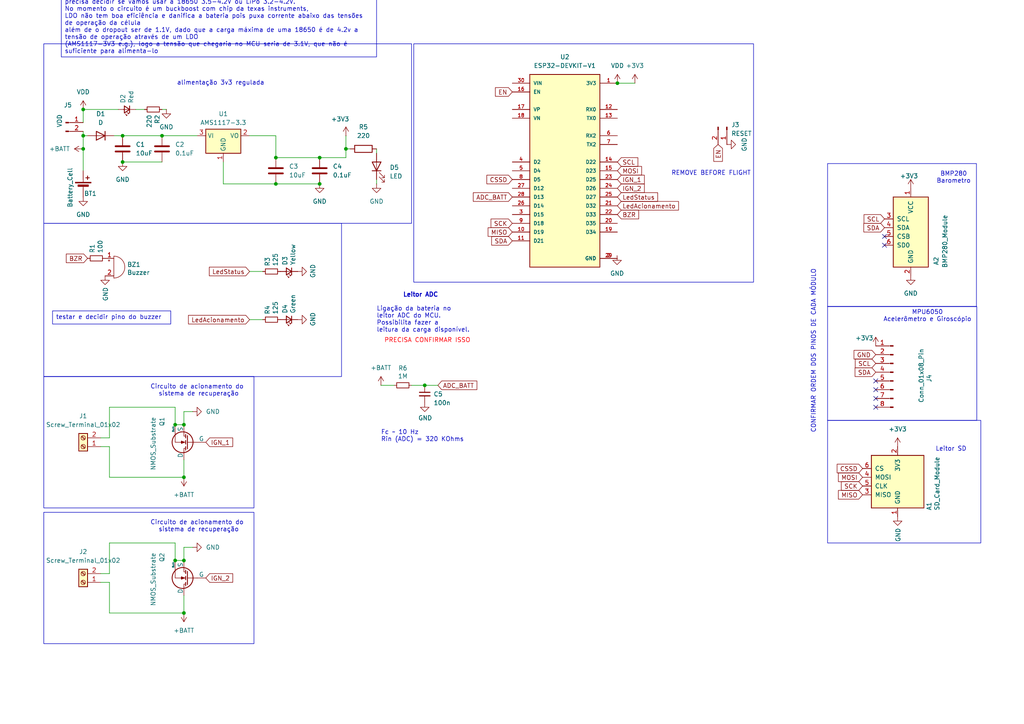
<source format=kicad_sch>
(kicad_sch (version 20231120) (generator "eeschema") (generator_version "8.0")
  (paper "A4")
  (title_block (title "Aviônica Jaburu") (date "30/08/2024") (rev "João Estima") (company "Antares Foguetemodelismo"))
  (lib_symbols
    (symbol "Avionica-rescue:BMP280_Module-Charleslabs_Parts" (pin_names (offset 1.016))
      (property "Reference" "A" (at -5.08 11.43 0))
      (property "Value" "Charleslabs_Parts_BMP280_Module" (at 8.89 11.43 0))
      (symbol "BMP280_Module-Charleslabs_Parts_0_1"
        (rectangle (start -5.08 10.16) (end 5.08 -10.16) (stroke (width 0.254)) (fill (type background)))
      )
      (symbol "BMP280_Module-Charleslabs_Parts_1_1"
        (pin power_in line (at 0 12.7 270) (length 2.54) (name "VCC") (number "1"))
        (pin power_in line (at 0 -12.7 90) (length 2.54) (name "GND") (number "2"))
        (pin input line (at -7.62 3.81 0) (length 2.54) (name "SCL") (number "3"))
        (pin bidirectional line (at -7.62 1.27 0) (length 2.54) (name "SDA") (number "4"))
        (pin input line (at -7.62 -1.27 0) (length 2.54) (name "CSB") (number "5"))
        (pin input line (at -7.62 -3.81 0) (length 2.54) (name "SD0") (number "6"))
      )
    )
    (symbol "Avionica-rescue:Buzzer-Device" (pin_names (offset 0.0254) hide)
      (property "Reference" "BZ" (at 3.81 1.27 0))
      (property "Value" "Device_Buzzer" (at 3.81 -1.27 0))
      (symbol "Buzzer-Device_0_1"
        (arc (start 0 -3.175) (mid 3.175 0) (end 0 3.175))
        (polyline (pts (xy -1.651 1.905) (xy -1.143 1.905)))
        (polyline (pts (xy -1.397 2.159) (xy -1.397 1.651)))
        (polyline (pts (xy 0 3.175) (xy 0 -3.175)))
      )
      (symbol "Buzzer-Device_1_1"
        (pin passive line (at -2.54 2.54 0) (length 2.54) (name "-") (number "1"))
        (pin passive line (at -2.54 -2.54 0) (length 2.54) (name "+") (number "2"))
      )
    )
    (symbol "Avionica-rescue:GND-power" (power) (pin_names (offset 0))
      (property "Value" "power_GND" (at 0 -3.81 0))
      (symbol "GND-power_0_1"
        (polyline (pts (xy 0 0) (xy 0 -1.27) (xy 1.27 -1.27) (xy 0 -2.54) (xy -1.27 -1.27) (xy 0 -1.27)))
      )
      (symbol "GND-power_1_1"
        (pin power_in line (at 0 0 270) (length 0) hide (name "GND") (number "1"))
      )
    )
    (symbol "Avionica-rescue:SD_Card_Module-Charleslabs_Parts" (pin_names (offset 1.016))
      (property "Reference" "A1" (at 9.1186 -8.382 90))
      (property "Value" "SD_Card_Module" (at 11.43 -8.382 90))
      (symbol "SD_Card_Module-Charleslabs_Parts_0_1"
        (rectangle (start -7.62 7.62) (end 7.62 -7.62) (stroke (width 0.254)) (fill (type background)))
      )
      (symbol "SD_Card_Module-Charleslabs_Parts_1_1"
        (pin power_in line (at 0 -10.16 90) (length 2.54) (name "GND") (number "1"))
        (pin power_in line (at 0 10.16 270) (length 2.54) (name "3V3") (number "2"))
        (pin output line (at -10.16 -3.81 0) (length 2.54) (name "MISO") (number "3"))
        (pin input line (at -10.16 1.27 0) (length 2.54) (name "MOSI") (number "4"))
        (pin input line (at -10.16 -1.27 0) (length 2.54) (name "CLK") (number "5"))
        (pin input line (at -10.16 3.81 0) (length 2.54) (name "CS") (number "6"))
      )
    )
    (symbol "Connector:Conn_01x02_Pin" (pin_names (offset 1.016) hide)
      (property "Reference" "J" (at 0 2.54 0))
      (property "Value" "Conn_01x02_Pin" (at 0 -5.08 0))
      (symbol "Conn_01x02_Pin_1_1"
        (polyline (pts (xy 1.27 -2.54) (xy 0.8636 -2.54)) (stroke (width 0.1524)))
        (polyline (pts (xy 1.27 0) (xy 0.8636 0)) (stroke (width 0.1524)))
        (rectangle (start 0.8636 -2.413) (end 0 -2.667) (stroke (width 0.1524)) (fill (type outline)))
        (rectangle (start 0.8636 0.127) (end 0 -0.127) (stroke (width 0.1524)) (fill (type outline)))
        (pin passive line (at 5.08 0 180) (length 3.81) (name "Pin_1") (number "1"))
        (pin passive line (at 5.08 -2.54 180) (length 3.81) (name "Pin_2") (number "2"))
      )
    )
    (symbol "Connector:Conn_01x08_Pin" (pin_names (offset 1.016) hide)
      (property "Reference" "J" (at 0 10.16 0))
      (property "Value" "Conn_01x08_Pin" (at 0 -12.7 0))
      (symbol "Conn_01x08_Pin_1_1"
        (polyline (pts (xy 1.27 -10.16) (xy 0.8636 -10.16)) (stroke (width 0.1524)))
        (polyline (pts (xy 1.27 -7.62) (xy 0.8636 -7.62)) (stroke (width 0.1524)))
        (polyline (pts (xy 1.27 -5.08) (xy 0.8636 -5.08)) (stroke (width 0.1524)))
        (polyline (pts (xy 1.27 -2.54) (xy 0.8636 -2.54)) (stroke (width 0.1524)))
        (polyline (pts (xy 1.27 0) (xy 0.8636 0)) (stroke (width 0.1524)))
        (polyline (pts (xy 1.27 2.54) (xy 0.8636 2.54)) (stroke (width 0.1524)))
        (polyline (pts (xy 1.27 5.08) (xy 0.8636 5.08)) (stroke (width 0.1524)))
        (polyline (pts (xy 1.27 7.62) (xy 0.8636 7.62)) (stroke (width 0.1524)))
        (rectangle (start 0.8636 -10.033) (end 0 -10.287) (stroke (width 0.1524)) (fill (type outline)))
        (rectangle (start 0.8636 -7.493) (end 0 -7.747) (stroke (width 0.1524)) (fill (type outline)))
        (rectangle (start 0.8636 -4.953) (end 0 -5.207) (stroke (width 0.1524)) (fill (type outline)))
        (rectangle (start 0.8636 -2.413) (end 0 -2.667) (stroke (width 0.1524)) (fill (type outline)))
        (rectangle (start 0.8636 0.127) (end 0 -0.127) (stroke (width 0.1524)) (fill (type outline)))
        (rectangle (start 0.8636 2.667) (end 0 2.413) (stroke (width 0.1524)) (fill (type outline)))
        (rectangle (start 0.8636 5.207) (end 0 4.953) (stroke (width 0.1524)) (fill (type outline)))
        (rectangle (start 0.8636 7.747) (end 0 7.493) (stroke (width 0.1524)) (fill (type outline)))
        (pin passive line (at 5.08 7.62 180) (length 3.81) (name "Pin_1") (number "1"))
        (pin passive line (at 5.08 5.08 180) (length 3.81) (name "Pin_2") (number "2"))
        (pin passive line (at 5.08 2.54 180) (length 3.81) (name "Pin_3") (number "3"))
        (pin passive line (at 5.08 0 180) (length 3.81) (name "Pin_4") (number "4"))
        (pin passive line (at 5.08 -2.54 180) (length 3.81) (name "Pin_5") (number "5"))
        (pin passive line (at 5.08 -5.08 180) (length 3.81) (name "Pin_6") (number "6"))
        (pin passive line (at 5.08 -7.62 180) (length 3.81) (name "Pin_7") (number "7"))
        (pin passive line (at 5.08 -10.16 180) (length 3.81) (name "Pin_8") (number "8"))
      )
    )
    (symbol "Connector:Screw_Terminal_01x02" (pin_names (offset 1.016) hide)
      (property "Reference" "J" (at 0 2.54 0))
      (property "Value" "Screw_Terminal_01x02" (at 0 -5.08 0))
      (symbol "Screw_Terminal_01x02_1_1"
        (rectangle (start -1.27 1.27) (end 1.27 -3.81) (stroke (width 0.254)) (fill (type background)))
        (circle (center 0 -2.54) (radius 0.635) (stroke (width 0.1524)))
        (polyline (pts (xy -0.5334 -2.2098) (xy 0.3302 -3.048)) (stroke (width 0.1524)))
        (polyline (pts (xy -0.5334 0.3302) (xy 0.3302 -0.508)) (stroke (width 0.1524)))
        (polyline (pts (xy -0.3556 -2.032) (xy 0.508 -2.8702)) (stroke (width 0.1524)))
        (polyline (pts (xy -0.3556 0.508) (xy 0.508 -0.3302)) (stroke (width 0.1524)))
        (circle (center 0 0) (radius 0.635) (stroke (width 0.1524)))
        (pin passive line (at -5.08 0 0) (length 3.81) (name "Pin_1") (number "1"))
        (pin passive line (at -5.08 -2.54 0) (length 3.81) (name "Pin_2") (number "2"))
      )
    )
    (symbol "Device:Battery_Cell" (pin_numbers hide) (pin_names (offset 0) hide)
      (property "Reference" "BT" (at 2.54 2.54 0))
      (property "Value" "Battery_Cell" (at 2.54 0 0))
      (symbol "Battery_Cell_0_1"
        (rectangle (start -2.286 1.778) (end 2.286 1.524) (fill (type outline)))
        (rectangle (start -1.524 1.016) (end 1.524 0.508) (fill (type outline)))
        (polyline (pts (xy 0 0.762) (xy 0 0)))
        (polyline (pts (xy 0 1.778) (xy 0 2.54)))
        (polyline (pts (xy 0.762 3.048) (xy 1.778 3.048)) (stroke (width 0.254)))
        (polyline (pts (xy 1.27 3.556) (xy 1.27 2.54)) (stroke (width 0.254)))
      )
      (symbol "Battery_Cell_1_1"
        (pin passive line (at 0 5.08 270) (length 2.54) (name "+") (number "1"))
        (pin passive line (at 0 -2.54 90) (length 2.54) (name "-") (number "2"))
      )
    )
    (symbol "Device:C" (pin_numbers hide) (pin_names (offset 0.254))
      (property "Reference" "C" (at 0.635 2.54 0))
      (property "Value" "C" (at 0.635 -2.54 0))
      (symbol "C_0_1"
        (polyline (pts (xy -2.032 -0.762) (xy 2.032 -0.762)) (stroke (width 0.508)))
        (polyline (pts (xy -2.032 0.762) (xy 2.032 0.762)) (stroke (width 0.508)))
      )
      (symbol "C_1_1"
        (pin passive line (at 0 3.81 270) (length 2.794) (name "~") (number "1"))
        (pin passive line (at 0 -3.81 90) (length 2.794) (name "~") (number "2"))
      )
    )
    (symbol "Device:C_Small" (pin_numbers hide) (pin_names (offset 0.254) hide)
      (property "Reference" "C" (at 0.254 1.778 0))
      (property "Value" "C_Small" (at 0.254 -2.032 0))
      (symbol "C_Small_0_1"
        (polyline (pts (xy -1.524 -0.508) (xy 1.524 -0.508)) (stroke (width 0.3302)))
        (polyline (pts (xy -1.524 0.508) (xy 1.524 0.508)) (stroke (width 0.3048)))
      )
      (symbol "C_Small_1_1"
        (pin passive line (at 0 2.54 270) (length 2.032) (name "~") (number "1"))
        (pin passive line (at 0 -2.54 90) (length 2.032) (name "~") (number "2"))
      )
    )
    (symbol "Device:D" (pin_numbers hide) (pin_names (offset 1.016) hide)
      (property "Reference" "D" (at 0 2.54 0))
      (property "Value" "D" (at 0 -2.54 0))
      (symbol "D_0_1"
        (polyline (pts (xy -1.27 1.27) (xy -1.27 -1.27)) (stroke (width 0.254)))
        (polyline (pts (xy 1.27 0) (xy -1.27 0)))
        (polyline (pts (xy 1.27 1.27) (xy 1.27 -1.27) (xy -1.27 0) (xy 1.27 1.27)) (stroke (width 0.254)))
      )
      (symbol "D_1_1"
        (pin passive line (at -3.81 0 0) (length 2.54) (name "K") (number "1"))
        (pin passive line (at 3.81 0 180) (length 2.54) (name "A") (number "2"))
      )
    )
    (symbol "Device:LED" (pin_numbers hide) (pin_names (offset 1.016) hide)
      (property "Reference" "D" (at 0 2.54 0))
      (property "Value" "LED" (at 0 -2.54 0))
      (symbol "LED_0_1"
        (polyline (pts (xy -1.27 -1.27) (xy -1.27 1.27)) (stroke (width 0.254)))
        (polyline (pts (xy -1.27 0) (xy 1.27 0)))
        (polyline (pts (xy 1.27 -1.27) (xy 1.27 1.27) (xy -1.27 0) (xy 1.27 -1.27)) (stroke (width 0.254)))
        (polyline (pts (xy -3.048 -0.762) (xy -4.572 -2.286) (xy -3.81 -2.286) (xy -4.572 -2.286) (xy -4.572 -1.524)))
        (polyline (pts (xy -1.778 -0.762) (xy -3.302 -2.286) (xy -2.54 -2.286) (xy -3.302 -2.286) (xy -3.302 -1.524)))
      )
      (symbol "LED_1_1"
        (pin passive line (at -3.81 0 0) (length 2.54) (name "K") (number "1"))
        (pin passive line (at 3.81 0 180) (length 2.54) (name "A") (number "2"))
      )
    )
    (symbol "Device:LED_Small" (pin_numbers hide) (pin_names (offset 0.254) hide)
      (property "Reference" "D" (at -1.27 3.175 0))
      (property "Value" "LED_Small" (at -4.445 -2.54 0))
      (symbol "LED_Small_0_1"
        (polyline (pts (xy -0.762 -1.016) (xy -0.762 1.016)) (stroke (width 0.254)))
        (polyline (pts (xy 1.016 0) (xy -0.762 0)))
        (polyline (pts (xy 0.762 -1.016) (xy -0.762 0) (xy 0.762 1.016) (xy 0.762 -1.016)) (stroke (width 0.254)))
        (polyline (pts (xy 0 0.762) (xy -0.508 1.27) (xy -0.254 1.27) (xy -0.508 1.27) (xy -0.508 1.016)))
        (polyline (pts (xy 0.508 1.27) (xy 0 1.778) (xy 0.254 1.778) (xy 0 1.778) (xy 0 1.524)))
      )
      (symbol "LED_Small_1_1"
        (pin passive line (at -2.54 0 0) (length 1.778) (name "K") (number "1"))
        (pin passive line (at 2.54 0 180) (length 1.778) (name "A") (number "2"))
      )
    )
    (symbol "Device:R" (pin_numbers hide) (pin_names (offset 0))
      (property "Reference" "R" (at 2.032 0 90))
      (property "Value" "R" (at 0 0 90))
      (symbol "R_0_1"
        (rectangle (start -1.016 -2.54) (end 1.016 2.54) (stroke (width 0.254)))
      )
      (symbol "R_1_1"
        (pin passive line (at 0 3.81 270) (length 1.27) (name "~") (number "1"))
        (pin passive line (at 0 -3.81 90) (length 1.27) (name "~") (number "2"))
      )
    )
    (symbol "Device:R_Small" (pin_numbers hide) (pin_names (offset 0.254) hide)
      (property "Reference" "R" (at 0.762 0.508 0))
      (property "Value" "R_Small" (at 0.762 -1.016 0))
      (symbol "R_Small_0_1"
        (rectangle (start -0.762 1.778) (end 0.762 -1.778) (stroke (width 0.2032)))
      )
      (symbol "R_Small_1_1"
        (pin passive line (at 0 2.54 270) (length 0.762) (name "~") (number "1"))
        (pin passive line (at 0 -2.54 90) (length 0.762) (name "~") (number "2"))
      )
    )
    (symbol "ESP32-DEVKIT-V1:ESP32-DEVKIT-V1" (pin_names (offset 1.016))
      (property "Reference" "U" (at -10.16 30.48 0))
      (property "Value" "ESP32-DEVKIT-V1" (at -10.16 -30.48 0))
      (symbol "ESP32-DEVKIT-V1_0_0"
        (rectangle (start -10.16 -27.94) (end 10.16 27.94) (stroke (width 0.254)) (fill (type background)))
        (pin output line (at 15.24 25.4 180) (length 5.08) (name "3V3") (number "1"))
        (pin bidirectional line (at -15.24 -17.78 0) (length 5.08) (name "D19") (number "10"))
        (pin bidirectional line (at -15.24 -20.32 0) (length 5.08) (name "D21") (number "11"))
        (pin input line (at 15.24 17.78 180) (length 5.08) (name "RX0") (number "12"))
        (pin output line (at 15.24 15.24 180) (length 5.08) (name "TX0") (number "13"))
        (pin bidirectional line (at 15.24 2.54 180) (length 5.08) (name "D22") (number "14"))
        (pin bidirectional line (at 15.24 0 180) (length 5.08) (name "D23") (number "15"))
        (pin input line (at -15.24 22.86 0) (length 5.08) (name "EN") (number "16"))
        (pin bidirectional line (at -15.24 17.78 0) (length 5.08) (name "VP") (number "17"))
        (pin bidirectional line (at -15.24 15.24 0) (length 5.08) (name "VN") (number "18"))
        (pin bidirectional line (at 15.24 -17.78 180) (length 5.08) (name "D34") (number "19"))
        (pin power_in line (at 15.24 -25.4 180) (length 5.08) (name "GND") (number "2"))
        (pin bidirectional line (at 15.24 -15.24 180) (length 5.08) (name "D35") (number "20"))
        (pin bidirectional line (at 15.24 -10.16 180) (length 5.08) (name "D32") (number "21"))
        (pin bidirectional line (at 15.24 -12.7 180) (length 5.08) (name "D33") (number "22"))
        (pin bidirectional line (at 15.24 -2.54 180) (length 5.08) (name "D25") (number "23"))
        (pin bidirectional line (at 15.24 -5.08 180) (length 5.08) (name "D26") (number "24"))
        (pin bidirectional line (at 15.24 -7.62 180) (length 5.08) (name "D27") (number "25"))
        (pin bidirectional line (at -15.24 -10.16 0) (length 5.08) (name "D14") (number "26"))
        (pin bidirectional line (at -15.24 -5.08 0) (length 5.08) (name "D12") (number "27"))
        (pin bidirectional line (at -15.24 -7.62 0) (length 5.08) (name "D13") (number "28"))
        (pin power_in line (at 15.24 -25.4 180) (length 5.08) (name "GND") (number "29"))
        (pin bidirectional line (at -15.24 -12.7 0) (length 5.08) (name "D15") (number "3"))
        (pin input line (at -15.24 25.4 0) (length 5.08) (name "VIN") (number "30"))
        (pin bidirectional line (at -15.24 2.54 0) (length 5.08) (name "D2") (number "4"))
        (pin bidirectional line (at -15.24 0 0) (length 5.08) (name "D4") (number "5"))
        (pin input line (at 15.24 10.16 180) (length 5.08) (name "RX2") (number "6"))
        (pin output line (at 15.24 7.62 180) (length 5.08) (name "TX2") (number "7"))
        (pin bidirectional line (at -15.24 -2.54 0) (length 5.08) (name "D5") (number "8"))
        (pin bidirectional line (at -15.24 -15.24 0) (length 5.08) (name "D18") (number "9"))
      )
    )
    (symbol "Regulator_Linear:AMS1117-3.3"
      (property "Reference" "U" (at -3.81 3.175 0))
      (property "Value" "AMS1117-3.3" (at 0 3.175 0))
      (symbol "AMS1117-3.3_0_1"
        (rectangle (start -5.08 -5.08) (end 5.08 1.905) (stroke (width 0.254)) (fill (type background)))
      )
      (symbol "AMS1117-3.3_1_1"
        (pin power_in line (at 0 -7.62 90) (length 2.54) (name "GND") (number "1"))
        (pin power_out line (at 7.62 0 180) (length 2.54) (name "VO") (number "2"))
        (pin power_in line (at -7.62 0 0) (length 2.54) (name "VI") (number "3"))
      )
    )
    (symbol "Simulation_SPICE:NMOS_Substrate" (pin_numbers hide) (pin_names (offset 0))
      (property "Reference" "Q" (at 6.985 1.27 0))
      (property "Value" "NMOS_Substrate" (at 6.985 -1.27 0))
      (symbol "NMOS_Substrate_0_1"
        (polyline (pts (xy 1.524 0) (xy -1.27 0)))
        (polyline (pts (xy 1.524 1.905) (xy 1.524 -1.905)) (stroke (width 0.254)))
        (polyline (pts (xy 2.032 -1.27) (xy 2.032 -2.286)) (stroke (width 0.254)))
        (polyline (pts (xy 2.032 0.508) (xy 2.032 -0.508)) (stroke (width 0.254)))
        (polyline (pts (xy 2.032 2.286) (xy 2.032 1.27)) (stroke (width 0.254)))
        (polyline (pts (xy 2.032 1.778) (xy 2.54 1.778) (xy 2.54 2.54)))
        (polyline (pts (xy 2.54 -2.54) (xy 2.54 -1.778) (xy 2.032 -1.778)))
        (polyline (pts (xy 5.08 -2.54) (xy 5.08 0) (xy 2.032 0)))
        (polyline (pts (xy 2.286 0) (xy 3.302 0.381) (xy 3.302 -0.381) (xy 2.286 0)) (fill (type outline)))
        (circle (center 2.921 0) (radius 3.0294) (stroke (width 0.254)))
      )
      (symbol "NMOS_Substrate_1_1"
        (pin passive line (at 2.54 5.08 270) (length 2.54) (name "D") (number "1"))
        (pin input line (at -3.81 0 0) (length 2.54) (name "G") (number "2"))
        (pin passive line (at 2.54 -5.08 90) (length 2.54) (name "S") (number "3"))
        (pin input line (at 5.08 -5.08 90) (length 2.54) (name "Bulk") (number "4"))
      )
    )
    (symbol "power:+3V3" (power) (pin_numbers hide) (pin_names (offset 0) hide)
      (property "Value" "+3V3" (at 0 3.556 0))
      (symbol "+3V3_0_1"
        (polyline (pts (xy -0.762 1.27) (xy 0 2.54)))
        (polyline (pts (xy 0 0) (xy 0 2.54)))
        (polyline (pts (xy 0 2.54) (xy 0.762 1.27)))
      )
      (symbol "+3V3_1_1"
        (pin power_in line (at 0 0 90) (length 0) (name "~") (number "1"))
      )
    )
    (symbol "power:+BATT" (power) (pin_numbers hide) (pin_names (offset 0) hide)
      (property "Value" "+BATT" (at 0 3.556 0))
      (symbol "+BATT_0_1"
        (polyline (pts (xy -0.762 1.27) (xy 0 2.54)))
        (polyline (pts (xy 0 0) (xy 0 2.54)))
        (polyline (pts (xy 0 2.54) (xy 0.762 1.27)))
      )
      (symbol "+BATT_1_1"
        (pin power_in line (at 0 0 90) (length 0) (name "~") (number "1"))
      )
    )
    (symbol "power:GND" (power) (pin_numbers hide) (pin_names (offset 0) hide)
      (property "Value" "GND" (at 0 -3.81 0))
      (symbol "GND_0_1"
        (polyline (pts (xy 0 0) (xy 0 -1.27) (xy 1.27 -1.27) (xy 0 -2.54) (xy -1.27 -1.27) (xy 0 -1.27)))
      )
      (symbol "GND_1_1"
        (pin power_in line (at 0 0 270) (length 0) (name "~") (number "1"))
      )
    )
    (symbol "power:VDD" (power) (pin_numbers hide) (pin_names (offset 0) hide)
      (property "Value" "VDD" (at 0 3.556 0))
      (symbol "VDD_0_1"
        (polyline (pts (xy -0.762 1.27) (xy 0 2.54)))
        (polyline (pts (xy 0 0) (xy 0 2.54)))
        (polyline (pts (xy 0 2.54) (xy 0.762 1.27)))
      )
      (symbol "VDD_1_1"
        (pin power_in line (at 0 0 90) (length 0) (name "~") (number "1"))
      )
    )
  )
  (junction (at 53.34 138.43))
  (junction (at 50.8 123.19))
  (junction (at 92.71 45.72))
  (junction (at 53.34 162.56))
  (junction (at 24.13 31.75))
  (junction (at 100.33 43.18))
  (junction (at 24.13 43.18))
  (junction (at 53.34 123.19))
  (junction (at 179.07 24.13))
  (junction (at 80.01 53.34))
  (junction (at 46.99 39.37))
  (junction (at 50.8 162.56))
  (junction (at 123.19 111.76))
  (junction (at 80.01 45.72))
  (junction (at 35.56 39.37))
  (junction (at 92.71 53.34))
  (junction (at 53.34 177.8))
  (junction (at 35.56 46.99))
  (junction (at 24.13 39.37))
  (no_connect (at 254 113.03))
  (no_connect (at 254 110.49))
  (no_connect (at 254 115.57))
  (no_connect (at 254 118.11))
  (no_connect (at 256.54 71.12))
  (no_connect (at 256.54 68.58))
  (wire (pts (xy 80.01 53.34) (xy 92.71 53.34)))
  (wire (pts (xy 72.39 78.74) (xy 76.2 78.74)))
  (wire (pts (xy 24.13 39.37) (xy 24.13 43.18)))
  (wire (pts (xy 119.38 111.76) (xy 123.19 111.76)))
  (wire (pts (xy 24.13 43.18) (xy 24.13 49.53)))
  (wire (pts (xy 64.77 46.99) (xy 64.77 53.34)))
  (wire (pts (xy 33.02 39.37) (xy 35.56 39.37)))
  (wire (pts (xy 101.6 43.18) (xy 100.33 43.18)))
  (wire (pts (xy 100.33 45.72) (xy 100.33 43.18)))
  (wire (pts (xy 24.13 38.1) (xy 24.13 39.37)))
  (wire (pts (xy 46.99 39.37) (xy 57.15 39.37)))
  (wire (pts (xy 80.01 45.72) (xy 92.71 45.72)))
  (wire (pts (xy 72.39 39.37) (xy 80.01 39.37)))
  (wire (pts (xy 53.34 162.56) (xy 50.8 162.56)))
  (wire (pts (xy 50.8 157.48) (xy 31.75 157.48)))
  (wire (pts (xy 53.34 138.43) (xy 53.34 133.35)))
  (wire (pts (xy 110.49 111.76) (xy 114.3 111.76)))
  (wire (pts (xy 41.91 31.75) (xy 39.37 31.75)))
  (wire (pts (xy 123.19 111.76) (xy 127 111.76)))
  (wire (pts (xy 109.22 52.07) (xy 109.22 53.34)))
  (wire (pts (xy 50.8 162.56) (xy 50.8 157.48)))
  (wire (pts (xy 31.75 127) (xy 29.21 127)))
  (wire (pts (xy 92.71 45.72) (xy 100.33 45.72)))
  (wire (pts (xy 29.21 168.91) (xy 31.75 168.91)))
  (wire (pts (xy 31.75 138.43) (xy 53.34 138.43)))
  (wire (pts (xy 31.75 118.11) (xy 31.75 127)))
  (wire (pts (xy 53.34 158.75) (xy 55.88 158.75)))
  (wire (pts (xy 46.99 31.75) (xy 48.26 31.75)))
  (wire (pts (xy 31.75 166.37) (xy 29.21 166.37)))
  (wire (pts (xy 64.77 53.34) (xy 80.01 53.34)))
  (wire (pts (xy 24.13 39.37) (xy 25.4 39.37)))
  (wire (pts (xy 24.13 31.75) (xy 34.29 31.75)))
  (wire (pts (xy 53.34 158.75) (xy 53.34 162.56)))
  (wire (pts (xy 100.33 43.18) (xy 100.33 39.37)))
  (wire (pts (xy 109.22 43.18) (xy 109.22 44.45)))
  (wire (pts (xy 50.8 118.11) (xy 31.75 118.11)))
  (wire (pts (xy 31.75 157.48) (xy 31.75 166.37)))
  (wire (pts (xy 55.88 119.38) (xy 53.34 119.38)))
  (wire (pts (xy 24.13 31.75) (xy 24.13 35.56)))
  (wire (pts (xy 50.8 123.19) (xy 50.8 118.11)))
  (wire (pts (xy 72.39 92.71) (xy 76.2 92.71)))
  (wire (pts (xy 53.34 177.8) (xy 53.34 172.72)))
  (wire (pts (xy 53.34 119.38) (xy 53.34 123.19)))
  (wire (pts (xy 35.56 46.99) (xy 46.99 46.99)))
  (wire (pts (xy 179.07 24.13) (xy 184.15 24.13)))
  (wire (pts (xy 31.75 177.8) (xy 53.34 177.8)))
  (wire (pts (xy 53.34 123.19) (xy 50.8 123.19)))
  (wire (pts (xy 29.21 129.54) (xy 31.75 129.54)))
  (wire (pts (xy 31.75 168.91) (xy 31.75 177.8)))
  (wire (pts (xy 31.75 129.54) (xy 31.75 138.43)))
  (wire (pts (xy 35.56 39.37) (xy 46.99 39.37)))
  (wire (pts (xy 80.01 39.37) (xy 80.01 45.72)))
  (rectangle (start 12.7 148.59) (end 73.66 186.69))
  (rectangle (start 240.03 121.92) (end 284.48 157.48))
  (rectangle (start 12.7 64.77) (end 99.06 109.22))
  (rectangle (start 12.7 109.22) (end 73.66 147.32))
  (rectangle (start 12.7 12.7) (end 119.38 64.77))
  (rectangle (start 120.0082 12.7012) (end 218.562 81.8365))
  (rectangle (start 240.03 88.9) (end 283.3119 121.92))
  (rectangle (start 240.03 47.4387) (end 283.21 88.9))
  (text_box "testar e decidir pino do buzzer\n" (at 15.24 90.17 0) (size 34.29 3.81) (effects (font (size 1.27 1.27)) (justify left top)))
  (text_box "precisa decidir se vamos usar a 18650 3.5-4.2V ou LiPo 3.2-4.2V.\nNo momento o circuito é um buckboost com chip da texas instruments, \nLDO não tem boa eficiência e danifica a bateria pois puxa corrente abaixo das tensões de operação da célula\nalém de o dropout ser de 1.1V, dado que a carga máxima de uma 18650 é de 4.2v a tensão de operação através de um LDO\n(AMS1117-3V3 e.g.), logo a tensão que chegaria no MCU seria de 3.1V, que não é suficiente para alimenta-lo\n" (at 17.78 -1.27 0) (size 91.44 17.78) (effects (font (size 1.27 1.27)) (justify left top)))
  (text "Leitor SD" (at 275.844 130.302 0) (effects (font (size 1.27 1.27))))
  (text "Ligação da bateria no \nleitor ADC do MCU.\nPossibilita fazer a \nleitura da carga disponível." (at 109.22 96.52 0) (effects (font (size 1.27 1.27)) (justify left bottom)))
  (text "Circuito de acionamento do\n sistema de recuperação\n" (at 57.15 113.284 0) (effects (font (size 1.27 1.27))))
  (text "BMP280\nBarometro\n\n" (at 276.606 52.578 0) (effects (font (size 1.27 1.27))))
  (text "Leitor ADC" (at 116.84 86.36 0) (effects (font (size 1.27 1.27) (thickness 0.254) (bold yes)) (justify left bottom)))
  (text "alimentação 3v3 regulada\n" (at 64.008 24.13 0) (effects (font (size 1.27 1.27))))
  (text "MPU6050\nAcelerômetro e Giroscópio\n" (at 268.986 91.694 0) (effects (font (size 1.27 1.27))))
  (text "Fc ~ 10 Hz\nRin (ADC) = 320 KOhms" (at 110.49 128.27 0) (effects (font (size 1.27 1.27)) (justify left bottom)))
  (text "PRECISA CONFIRMAR ISSO" (at 123.952 98.806 0) (effects (font (size 1.27 1.27))))
  (text "REMOVE BEFORE FLIGHT\n" (at 206.248 50.292 0) (effects (font (size 1.27 1.27))))
  (text "Circuito de acionamento do\n sistema de recuperação\n" (at 57.15 152.654 0) (effects (font (size 1.27 1.27))))
  (text "CONFIRMAR ORDEM DOS PINOS DE CADA MÓDULO\n" (at 235.966 101.854 90) (effects (font (size 1.27 1.27))))
  (global_label "CSSD" (shape input) (at 250.19 135.89 180) (property "Intersheetrefs" "${INTERSHEET_REFS}" (effects (hide yes))))
  (global_label "SCL" (shape input) (at 256.54 63.5 180) (property "Intersheetrefs" "${INTERSHEET_REFS}" (effects (hide yes))))
  (global_label "SCL" (shape input) (at 179.07 46.99 0) (property "Intersheetrefs" "${INTERSHEET_REFS}" (effects (hide yes))))
  (global_label "IGN_1" (shape input) (at 179.07 52.07 0) (property "Intersheetrefs" "${INTERSHEET_REFS}" (effects (hide yes))))
  (global_label "BZR" (shape input) (at 179.07 62.23 0) (property "Intersheetrefs" "${INTERSHEET_REFS}" (effects (hide yes))))
  (global_label "SDA" (shape input) (at 148.59 69.85 180) (property "Intersheetrefs" "${INTERSHEET_REFS}" (effects (hide yes))))
  (global_label "ADC_BATT" (shape input) (at 148.59 57.15 180) (property "Intersheetrefs" "${INTERSHEET_REFS}" (effects (hide yes))))
  (global_label "SDA" (shape input) (at 254 107.95 180) (property "Intersheetrefs" "${INTERSHEET_REFS}" (effects (hide yes))))
  (global_label "MOSI" (shape input) (at 179.07 49.53 0) (property "Intersheetrefs" "${INTERSHEET_REFS}" (effects (hide yes))))
  (global_label "SCK" (shape input) (at 250.19 140.97 180) (property "Intersheetrefs" "${INTERSHEET_REFS}" (effects (hide yes))))
  (global_label "SCL" (shape input) (at 254 105.41 180) (property "Intersheetrefs" "${INTERSHEET_REFS}" (effects (hide yes))))
  (global_label "IGN_2" (shape input) (at 59.69 167.64 0) (property "Intersheetrefs" "${INTERSHEET_REFS}" (effects (hide yes))))
  (global_label "MISO" (shape input) (at 148.59 67.31 180) (property "Intersheetrefs" "${INTERSHEET_REFS}" (effects (hide yes))))
  (global_label "MISO" (shape input) (at 250.19 143.51 180) (property "Intersheetrefs" "${INTERSHEET_REFS}" (effects (hide yes))))
  (global_label "BZR" (shape input) (at 25.4 74.93 180) (property "Intersheetrefs" "${INTERSHEET_REFS}" (effects (hide yes))))
  (global_label "ADC_BATT" (shape input) (at 127 111.76 0) (property "Intersheetrefs" "${INTERSHEET_REFS}" (effects (hide yes))))
  (global_label "IGN_2" (shape input) (at 179.07 54.61 0) (property "Intersheetrefs" "${INTERSHEET_REFS}" (effects (hide yes))))
  (global_label "EN" (shape input) (at 148.59 26.67 180) (property "Intersheetrefs" "${INTERSHEET_REFS}" (effects (hide yes))))
  (global_label "SCK" (shape input) (at 148.59 64.77 180) (property "Intersheetrefs" "${INTERSHEET_REFS}" (effects (hide yes))))
  (global_label "IGN_1" (shape input) (at 59.69 128.27 0) (property "Intersheetrefs" "${INTERSHEET_REFS}" (effects (hide yes))))
  (global_label "LedStatus" (shape input) (at 72.39 78.74 180) (property "Intersheetrefs" "${INTERSHEET_REFS}" (effects (hide yes))))
  (global_label "SDA" (shape input) (at 256.54 66.04 180) (property "Intersheetrefs" "${INTERSHEET_REFS}" (effects (hide yes))))
  (global_label "EN" (shape input) (at 208.28 41.91 270) (property "Intersheetrefs" "${INTERSHEET_REFS}" (effects (hide yes))))
  (global_label "CSSD" (shape input) (at 148.59 52.07 180) (property "Intersheetrefs" "${INTERSHEET_REFS}" (effects (hide yes))))
  (global_label "LedAcionamento" (shape input) (at 179.07 59.69 0) (property "Intersheetrefs" "${INTERSHEET_REFS}" (effects (hide yes))))
  (global_label "MOSI" (shape input) (at 250.19 138.43 180) (property "Intersheetrefs" "${INTERSHEET_REFS}" (effects (hide yes))))
  (global_label "LedAcionamento" (shape input) (at 72.39 92.71 180) (property "Intersheetrefs" "${INTERSHEET_REFS}" (effects (hide yes))))
  (global_label "LedStatus" (shape input) (at 179.07 57.15 0) (property "Intersheetrefs" "${INTERSHEET_REFS}" (effects (hide yes))))
  (global_label "GND" (shape input) (at 254 102.87 180) (property "Intersheetrefs" "${INTERSHEET_REFS}" (effects (hide yes))))
  (symbol (lib_id "power:VDD") (at 179.07 24.13 0) (unit 1)
    (property "Reference" "#PWR015" (effects (hide yes)))
    (property "Value" "VDD" (at 179.07 19.05 0))
    (property "Description" "Power symbol creates a global label with name \"VDD\"" (effects (hide yes)))
  )
  (symbol (lib_id "Avionica-rescue:GND-power") (at 30.48 80.01 0) (unit 1)
    (property "Reference" "#PWR03" (effects (hide yes)))
    (property "Value" "GND" (at 30.607 83.2612 90) (effects (justify right)))
  )
  (symbol (lib_id "Regulator_Linear:AMS1117-3.3") (at 64.77 39.37 0) (unit 1)
    (property "Reference" "U1" (at 64.77 33.02 0))
    (property "Value" "AMS1117-3.3" (at 64.77 35.56 0))
    (property "Footprint" "Package_TO_SOT_SMD:SOT-223-3_TabPin2" (effects (hide yes)))
    (property "Datasheet" "http://www.advanced-monolithic.com/pdf/ds1117.pdf" (effects (hide yes)))
    (property "Description" "1A Low Dropout regulator, positive, 3.3V fixed output, SOT-223" (effects (hide yes)))
  )
  (symbol (lib_id "Avionica-rescue:Buzzer-Device") (at 33.02 77.47 0) (unit 1)
    (property "Reference" "BZ1" (at 36.8808 76.7334 0) (effects (justify left)))
    (property "Value" "Buzzer" (at 36.8808 79.0448 0) (effects (justify left)))
    (property "Footprint" "Buzzer_Beeper:Buzzer_12x9.5RM7.6" (effects (hide yes)))
  )
  (symbol (lib_id "power:GND") (at 264.16 80.01 0) (unit 1)
    (property "Reference" "#PWR022" (effects (hide yes)))
    (property "Value" "GND" (at 264.16 85.09 0))
    (property "Description" "Power symbol creates a global label with name \"GND\" , ground" (effects (hide yes)))
  )
  (symbol (lib_id "Connector:Conn_01x02_Pin") (at 210.82 36.83 270) (unit 1)
    (property "Reference" "J3" (at 212.09 36.1949 90) (effects (justify left)))
    (property "Value" "RESET" (at 212.09 38.7349 90) (effects (justify left)))
    (property "Footprint" "Connector_PinHeader_1.00mm:PinHeader_1x02_P1.00mm_Vertical" (effects (hide yes)))
    (property "Description" "Generic connector, single row, 01x02, script generated" (effects (hide yes)))
  )
  (symbol (lib_id "ESP32-DEVKIT-V1:ESP32-DEVKIT-V1") (at 163.83 49.53 0) (unit 1)
    (property "Reference" "U2" (at 163.83 16.51 0))
    (property "Value" "ESP32-DEVKIT-V1" (at 163.83 19.05 0))
    (property "Footprint" "ESP32-DEVKIT-V1:MODULE_ESP32_DEVKIT_V1" (effects (hide yes)))
    (property "MF" "Do it" (effects (hide yes)))
    (property "MAXIMUM_PACKAGE_HEIGHT" "6.8 mm" (effects (hide yes)))
    (property "Package" "None" (effects (hide yes)))
    (property "Price" "None" (effects (hide yes)))
    (property "Check_prices" "https://www.snapeda.com/parts/ESP32-DEVKIT-V1/Do+it/view-part/?ref=eda" (effects (hide yes)))
    (property "STANDARD" "Manufacturer Recommendations" (effects (hide yes)))
    (property "PARTREV" "N/A" (effects (hide yes)))
    (property "SnapEDA_Link" "https://www.snapeda.com/parts/ESP32-DEVKIT-V1/Do+it/view-part/?ref=snap" (effects (hide yes)))
    (property "MP" "ESP32-DEVKIT-V1" (effects (hide yes)))
    (property "Description_1" "\nDual core, Wi-Fi: 2.4 GHz up to 150 Mbits/s,BLE (Bluetooth Low Energy) and legacy Bluetooth, 32 bits, Up to 240 MHz\n" (effects (hide yes)))
    (property "Availability" "Not in stock" (effects (hide yes)))
    (property "MANUFACTURER" "DOIT" (effects (hide yes)))
  )
  (symbol (lib_id "Device:R_Small") (at 78.74 92.71 90) (unit 1)
    (property "Reference" "R4" (at 77.5716 91.2114 0) (effects (justify left)))
    (property "Value" "125" (at 79.883 91.2114 0) (effects (justify left)))
    (property "Footprint" "Resistor_THT:R_Axial_DIN0207_L6.3mm_D2.5mm_P10.16mm_Horizontal" (effects (hide yes)))
  )
  (symbol (lib_id "Avionica-rescue:GND-power") (at 123.19 116.84 0) (unit 1)
    (property "Reference" "#PWR014" (effects (hide yes)))
    (property "Value" "GND" (at 123.317 121.2342 0))
  )
  (symbol (lib_id "Device:R") (at 105.41 43.18 90) (unit 1)
    (property "Reference" "R5" (at 105.41 36.83 90))
    (property "Value" "220" (at 105.41 39.37 90))
    (property "Footprint" "Resistor_THT:R_Axial_DIN0207_L6.3mm_D2.5mm_P10.16mm_Horizontal" (effects (hide yes)))
    (property "Description" "Resistor" (effects (hide yes)))
  )
  (symbol (lib_id "power:+BATT") (at 53.34 177.8 180) (unit 1)
    (property "Reference" "#PWR06" (effects (hide yes)))
    (property "Value" "+BATT" (at 53.34 182.88 0))
    (property "Description" "Power symbol creates a global label with name \"+BATT\"" (effects (hide yes)))
  )
  (symbol (lib_id "Connector:Conn_01x02_Pin") (at 19.05 35.56 0) (unit 1)
    (property "Reference" "J5" (at 19.685 30.48 0))
    (property "Value" "VDD" (at 17.272 35.052 90))
    (property "Footprint" "Connector_PinHeader_1.00mm:PinHeader_1x02_P1.00mm_Vertical" (effects (hide yes)))
    (property "Description" "Generic connector, single row, 01x02, script generated" (effects (hide yes)))
  )
  (symbol (lib_id "Device:LED_Small") (at 83.82 92.71 180) (unit 1)
    (property "Reference" "D4" (at 82.6516 90.932 90) (effects (justify right)))
    (property "Value" "Green" (at 84.963 90.932 90) (effects (justify right)))
    (property "Footprint" "LED_THT:LED_D3.0mm" (effects (hide yes)))
  )
  (symbol (lib_id "Simulation_SPICE:NMOS_Substrate") (at 55.88 128.27 180) (unit 1)
    (property "Reference" "Q1" (at 46.99 120.904 90) (effects (justify left)))
    (property "Value" "NMOS_Substrate" (at 44.45 120.904 90) (effects (justify left)))
    (property "Footprint" "Package_TO_SOT_THT:TO-220-3_Vertical" (effects (hide yes)))
    (property "Datasheet" "https://ngspice.sourceforge.io/docs/ngspice-html-manual/manual.xhtml#cha_MOSFETs" (effects (hide yes)))
    (property "Description" "N-channel MOSFET symbol with substrate (bulk) pin" (effects (hide yes)))
    (property "Sim.Device" "NMOS" (effects (hide yes)))
    (property "Sim.Type" "MOS1" (effects (hide yes)))
    (property "Sim.Pins" "1=D 2=G 3=S 4=B" (effects (hide yes)))
  )
  (symbol (lib_id "power:+BATT") (at 24.13 43.18 90) (unit 1)
    (property "Reference" "#PWR01" (effects (hide yes)))
    (property "Value" "+BATT" (at 20.32 43.1799 90) (effects (justify left)))
    (property "Description" "Power symbol creates a global label with name \"+BATT\"" (effects (hide yes)))
  )
  (symbol (lib_id "power:GND") (at 24.13 57.15 0) (unit 1)
    (property "Reference" "#PWR02" (effects (hide yes)))
    (property "Value" "GND" (at 24.13 62.23 0))
    (property "Description" "Power symbol creates a global label with name \"GND\" , ground" (effects (hide yes)))
  )
  (symbol (lib_id "Device:Battery_Cell") (at 24.13 54.61 0) (unit 1)
    (property "Reference" "BT1" (at 24.384 56.134 0) (effects (justify left)))
    (property "Value" "Battery_Cell" (at 20.32 60.198 90) (effects (justify left)))
    (property "Footprint" "Connector_Phoenix_MSTB:PhoenixContact_MSTBA_2,5_2-G_1x02_P5.00mm_Horizontal" (effects (hide yes)))
    (property "Description" "Single-cell battery" (effects (hide yes)))
  )
  (symbol (lib_id "Avionica-rescue:GND-power") (at 86.36 92.71 90) (unit 1)
    (property "Reference" "#PWR09" (effects (hide yes)))
    (property "Value" "GND" (at 90.7542 92.583 0))
  )
  (symbol (lib_id "power:GND") (at 55.88 158.75 90) (unit 1)
    (property "Reference" "#PWR026" (effects (hide yes)))
    (property "Value" "GND" (at 59.69 158.7499 90) (effects (justify right)))
    (property "Description" "Power symbol creates a global label with name \"GND\" , ground" (effects (hide yes)))
  )
  (symbol (lib_id "power:GND") (at 109.22 53.34 0) (unit 1)
    (property "Reference" "#PWR012" (effects (hide yes)))
    (property "Value" "GND" (at 109.22 58.42 0))
    (property "Description" "Power symbol creates a global label with name \"GND\" , ground" (effects (hide yes)))
  )
  (symbol (lib_id "Device:R_Small") (at 44.45 31.75 270) (unit 1)
    (property "Reference" "R2" (at 45.6184 33.2486 0) (effects (justify left)))
    (property "Value" "220" (at 43.307 33.2486 0) (effects (justify left)))
    (property "Footprint" "Resistor_THT:R_Axial_DIN0207_L6.3mm_D2.5mm_P10.16mm_Horizontal" (effects (hide yes)))
  )
  (symbol (lib_id "power:GND") (at 92.71 53.34 0) (unit 1)
    (property "Reference" "#PWR010" (effects (hide yes)))
    (property "Value" "GND" (at 92.71 58.42 0))
    (property "Description" "Power symbol creates a global label with name \"GND\" , ground" (effects (hide yes)))
  )
  (symbol (lib_id "power:GND") (at 178.981 74.2165 0) (unit 1)
    (property "Reference" "#PWR016" (effects (hide yes)))
    (property "Value" "GND" (at 178.981 79.2965 0))
    (property "Description" "Power symbol creates a global label with name \"GND\" , ground" (effects (hide yes)))
  )
  (symbol (lib_id "Device:R_Small") (at 78.74 78.74 90) (unit 1)
    (property "Reference" "R3" (at 77.5716 77.2414 0) (effects (justify left)))
    (property "Value" "125" (at 79.883 77.2414 0) (effects (justify left)))
    (property "Footprint" "Resistor_THT:R_Axial_DIN0207_L6.3mm_D2.5mm_P10.16mm_Horizontal" (effects (hide yes)))
  )
  (symbol (lib_id "Connector:Screw_Terminal_01x02") (at 24.13 129.54 180) (unit 1)
    (property "Reference" "J1" (at 24.13 120.65 0))
    (property "Value" "Screw_Terminal_01x02" (at 24.13 123.19 0))
    (property "Footprint" "Connector_Phoenix_MSTB:PhoenixContact_MSTBA_2,5_2-G_1x02_P5.00mm_Horizontal" (effects (hide yes)))
    (property "Description" "Generic screw terminal, single row, 01x02, script generated (kicad-library-utils/schlib/autogen/connector/)" (effects (hide yes)))
  )
  (symbol (lib_id "Device:C_Small") (at 123.19 114.3 0) (unit 1)
    (property "Reference" "C5" (at 125.73 114.3 0) (effects (justify left)))
    (property "Value" "100n" (at 125.73 116.84 0) (effects (justify left)))
    (property "Footprint" "Capacitor_THT:CP_Radial_D5.0mm_P2.00mm" (effects (hide yes)))
  )
  (symbol (lib_id "power:+3V3") (at 100.33 39.37 0) (unit 1)
    (property "Reference" "#PWR011" (effects (hide yes)))
    (property "Value" "+3V3" (at 96.012 34.544 0) (effects (justify left)))
    (property "Description" "Power symbol creates a global label with name \"+3V3\"" (effects (hide yes)))
  )
  (symbol (lib_id "Device:C") (at 92.71 49.53 0) (unit 1)
    (property "Reference" "C4" (at 96.52 48.2599 0) (effects (justify left)))
    (property "Value" "0.1uF" (at 96.52 50.7999 0) (effects (justify left)))
    (property "Footprint" "Capacitor_THT:CP_Radial_D5.0mm_P2.00mm" (effects (hide yes)))
    (property "Description" "Unpolarized capacitor" (effects (hide yes)))
  )
  (symbol (lib_id "power:+3V3") (at 184.15 24.13 0) (unit 1)
    (property "Reference" "#PWR024" (effects (hide yes)))
    (property "Value" "+3V3" (at 184.15 19.05 0))
    (property "Description" "Power symbol creates a global label with name \"+3V3\"" (effects (hide yes)))
  )
  (symbol (lib_id "Device:D") (at 29.21 39.37 180) (unit 1)
    (property "Reference" "D1" (at 29.21 33.02 0))
    (property "Value" "D" (at 29.21 35.56 0))
    (property "Footprint" "Diode_THT:D_DO-34_SOD68_P7.62mm_Horizontal" (effects (hide yes)))
    (property "Description" "Diode" (effects (hide yes)))
    (property "Sim.Device" "D" (effects (hide yes)))
    (property "Sim.Pins" "1=K 2=A" (effects (hide yes)))
  )
  (symbol (lib_id "Device:R_Small") (at 27.94 74.93 90) (unit 1)
    (property "Reference" "R1" (at 26.7716 73.4314 0) (effects (justify left)))
    (property "Value" "100" (at 29.083 73.4314 0) (effects (justify left)))
    (property "Footprint" "Resistor_THT:R_Axial_DIN0207_L6.3mm_D2.5mm_P10.16mm_Horizontal" (effects (hide yes)))
  )
  (symbol (lib_id "power:VDD") (at 24.13 31.75 0) (unit 1)
    (property "Reference" "#PWR023" (effects (hide yes)))
    (property "Value" "VDD" (at 24.13 26.67 0))
    (property "Description" "Power symbol creates a global label with name \"VDD\"" (effects (hide yes)))
  )
  (symbol (lib_id "power:+BATT") (at 53.34 138.43 180) (unit 1)
    (property "Reference" "#PWR05" (effects (hide yes)))
    (property "Value" "+BATT" (at 53.34 143.51 0))
    (property "Description" "Power symbol creates a global label with name \"+BATT\"" (effects (hide yes)))
  )
  (symbol (lib_id "Device:C") (at 80.01 49.53 0) (unit 1)
    (property "Reference" "C3" (at 83.82 48.2599 0) (effects (justify left)))
    (property "Value" "10uF" (at 83.82 50.7999 0) (effects (justify left)))
    (property "Footprint" "Capacitor_THT:CP_Radial_D5.0mm_P2.00mm" (effects (hide yes)))
    (property "Description" "Unpolarized capacitor" (effects (hide yes)))
  )
  (symbol (lib_id "Device:LED") (at 109.22 48.26 90) (unit 1)
    (property "Reference" "D5" (at 113.03 48.5774 90) (effects (justify right)))
    (property "Value" "LED" (at 113.03 51.1174 90) (effects (justify right)))
    (property "Footprint" "LED_THT:LED_D5.0mm" (effects (hide yes)))
    (property "Description" "Light emitting diode" (effects (hide yes)))
  )
  (symbol (lib_id "Avionica-rescue:GND-power") (at 260.35 149.86 0) (unit 1)
    (property "Reference" "#PWR020" (effects (hide yes)))
    (property "Value" "GND" (at 260.477 153.1112 90) (effects (justify right)))
  )
  (symbol (lib_id "Connector:Screw_Terminal_01x02") (at 24.13 168.91 180) (unit 1)
    (property "Reference" "J2" (at 24.13 160.02 0))
    (property "Value" "Screw_Terminal_01x02" (at 24.13 162.56 0))
    (property "Footprint" "Connector_Phoenix_MSTB:PhoenixContact_MSTBA_2,5_2-G_1x02_P5.00mm_Horizontal" (effects (hide yes)))
    (property "Description" "Generic screw terminal, single row, 01x02, script generated (kicad-library-utils/schlib/autogen/connector/)" (effects (hide yes)))
  )
  (symbol (lib_id "Simulation_SPICE:NMOS_Substrate") (at 55.88 167.64 180) (unit 1)
    (property "Reference" "Q2" (at 46.99 160.274 90) (effects (justify left)))
    (property "Value" "NMOS_Substrate" (at 44.45 160.274 90) (effects (justify left)))
    (property "Footprint" "Package_TO_SOT_THT:TO-220-3_Vertical" (effects (hide yes)))
    (property "Datasheet" "https://ngspice.sourceforge.io/docs/ngspice-html-manual/manual.xhtml#cha_MOSFETs" (effects (hide yes)))
    (property "Description" "N-channel MOSFET symbol with substrate (bulk) pin" (effects (hide yes)))
    (property "Sim.Device" "NMOS" (effects (hide yes)))
    (property "Sim.Type" "MOS1" (effects (hide yes)))
    (property "Sim.Pins" "1=D 2=G 3=S 4=B" (effects (hide yes)))
  )
  (symbol (lib_id "power:GND") (at 35.56 46.99 0) (unit 1)
    (property "Reference" "#PWR04" (effects (hide yes)))
    (property "Value" "GND" (at 35.56 52.07 0))
    (property "Description" "Power symbol creates a global label with name \"GND\" , ground" (effects (hide yes)))
  )
  (symbol (lib_id "Avionica-rescue:BMP280_Module-Charleslabs_Parts") (at 264.16 67.31 0) (unit 1)
    (property "Reference" "A2" (at 271.526 76.962 90) (effects (justify left)))
    (property "Value" "BMP280_Module" (at 274.066 77.724 90) (effects (justify left)))
    (property "Footprint" "BMP280:BMP280_Module" (effects (hide yes)))
  )
  (symbol (lib_id "power:GND") (at 210.82 41.91 90) (unit 1)
    (property "Reference" "#PWR017" (effects (hide yes)))
    (property "Value" "GND" (at 215.9 41.91 0))
    (property "Description" "Power symbol creates a global label with name \"GND\" , ground" (effects (hide yes)))
  )
  (symbol (lib_id "Device:R_Small") (at 116.84 111.76 270) (unit 1)
    (property "Reference" "R6" (at 116.84 106.7816 90))
    (property "Value" "1M" (at 116.84 109.093 90))
    (property "Footprint" "Resistor_THT:R_Axial_DIN0207_L6.3mm_D2.5mm_P10.16mm_Horizontal" (effects (hide yes)))
  )
  (symbol (lib_id "Avionica-rescue:SD_Card_Module-Charleslabs_Parts") (at 260.35 139.7 0) (unit 1)
    (property "Reference" "A1" (at 269.4686 148.082 90) (effects (justify left)))
    (property "Value" "SD_Card_Module" (at 271.78 148.082 90) (effects (justify left)))
    (property "Footprint" "SDcard_module:SD_Card_Module" (effects (hide yes)))
  )
  (symbol (lib_id "Device:C") (at 35.56 43.18 0) (unit 1)
    (property "Reference" "C1" (at 39.37 41.9099 0) (effects (justify left)))
    (property "Value" "10uF" (at 39.37 44.4499 0) (effects (justify left)))
    (property "Footprint" "Capacitor_THT:CP_Radial_D5.0mm_P2.00mm" (effects (hide yes)))
    (property "Description" "Unpolarized capacitor" (effects (hide yes)))
  )
  (symbol (lib_id "power:+3V3") (at 254 100.33 0) (unit 1)
    (property "Reference" "#PWR018" (effects (hide yes)))
    (property "Value" "+3V3" (at 250.698 98.044 0))
    (property "Description" "Power symbol creates a global label with name \"+3V3\"" (effects (hide yes)))
  )
  (symbol (lib_id "Device:C") (at 46.99 43.18 0) (unit 1)
    (property "Reference" "C2" (at 50.8 41.9099 0) (effects (justify left)))
    (property "Value" "0.1uF" (at 50.8 44.4499 0) (effects (justify left)))
    (property "Footprint" "Capacitor_THT:CP_Radial_D5.0mm_P2.00mm" (effects (hide yes)))
    (property "Description" "Unpolarized capacitor" (effects (hide yes)))
  )
  (symbol (lib_id "power:+3V3") (at 260.35 129.54 0) (unit 1)
    (property "Reference" "#PWR019" (effects (hide yes)))
    (property "Value" "+3V3" (at 260.35 124.46 0))
    (property "Description" "Power symbol creates a global label with name \"+3V3\"" (effects (hide yes)))
  )
  (symbol (lib_id "Device:LED_Small") (at 83.82 78.74 180) (unit 1)
    (property "Reference" "D3" (at 82.6516 76.962 90) (effects (justify right)))
    (property "Value" "Yellow" (at 84.963 76.962 90) (effects (justify right)))
    (property "Footprint" "LED_THT:LED_D3.0mm" (effects (hide yes)))
  )
  (symbol (lib_id "power:+3V3") (at 264.16 54.61 0) (unit 1)
    (property "Reference" "#PWR021" (effects (hide yes)))
    (property "Value" "+3V3" (at 263.652 51.054 0))
    (property "Description" "Power symbol creates a global label with name \"+3V3\"" (effects (hide yes)))
  )
  (symbol (lib_id "Avionica-rescue:GND-power") (at 86.36 78.74 90) (unit 1)
    (property "Reference" "#PWR08" (effects (hide yes)))
    (property "Value" "GND" (at 90.7542 78.613 0))
  )
  (symbol (lib_id "Connector:Conn_01x08_Pin") (at 259.08 107.95 0) (mirror y) (unit 1)
    (property "Reference" "J4" (at 269.494 109.728 90))
    (property "Value" "Conn_01x08_Pin" (at 267.208 108.966 90))
    (property "Footprint" "MPU6050:MPU6050" (effects (hide yes)))
    (property "Description" "Generic connector, single row, 01x08, script generated" (effects (hide yes)))
  )
  (symbol (lib_id "power:+BATT") (at 110.49 111.76 0) (unit 1)
    (property "Reference" "#PWR013" (effects (hide yes)))
    (property "Value" "+BATT" (at 110.49 106.68 0))
    (property "Description" "Power symbol creates a global label with name \"+BATT\"" (effects (hide yes)))
  )
  (symbol (lib_id "power:GND") (at 55.88 119.38 90) (unit 1)
    (property "Reference" "#PWR025" (effects (hide yes)))
    (property "Value" "GND" (at 59.69 119.3799 90) (effects (justify right)))
    (property "Description" "Power symbol creates a global label with name \"GND\" , ground" (effects (hide yes)))
  )
  (symbol (lib_id "Device:LED_Small") (at 36.83 31.75 180) (unit 1)
    (property "Reference" "D2" (at 35.6616 29.972 90) (effects (justify right)))
    (property "Value" "Red" (at 37.973 29.972 90) (effects (justify right)))
    (property "Footprint" "LED_THT:LED_D3.0mm" (effects (hide yes)))
  )
  (symbol (lib_id "power:GND") (at 48.26 31.75 0) (unit 1)
    (property "Reference" "#PWR07" (effects (hide yes)))
    (property "Value" "GND" (at 48.26 36.83 0))
    (property "Description" "Power symbol creates a global label with name \"GND\" , ground" (effects (hide yes)))
  )
)
</source>
